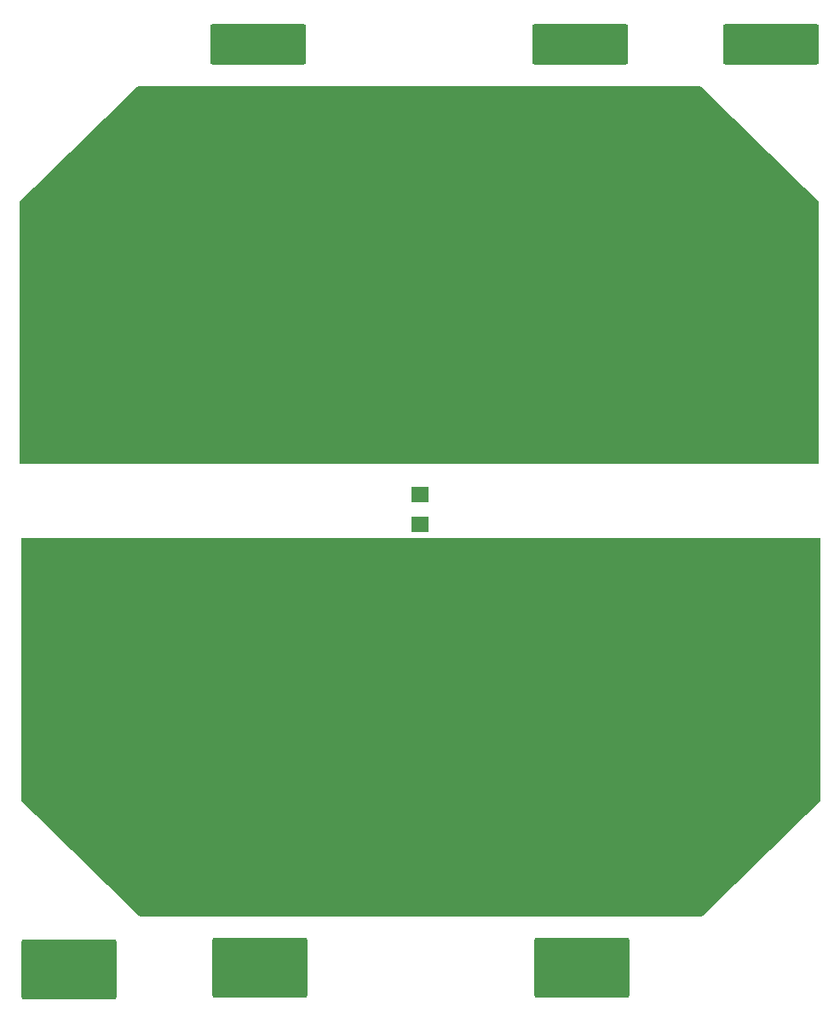
<source format=gts>
G04 #@! TF.GenerationSoftware,KiCad,Pcbnew,8.0.2*
G04 #@! TF.CreationDate,2024-08-20T08:17:01+02:00*
G04 #@! TF.ProjectId,STS1_SIDEPANEL,53545331-5f53-4494-9445-50414e454c2e,rev?*
G04 #@! TF.SameCoordinates,Original*
G04 #@! TF.FileFunction,Soldermask,Top*
G04 #@! TF.FilePolarity,Negative*
%FSLAX46Y46*%
G04 Gerber Fmt 4.6, Leading zero omitted, Abs format (unit mm)*
G04 Created by KiCad (PCBNEW 8.0.2) date 2024-08-20 08:17:01*
%MOMM*%
%LPD*%
G01*
G04 APERTURE LIST*
G04 Aperture macros list*
%AMRoundRect*
0 Rectangle with rounded corners*
0 $1 Rounding radius*
0 $2 $3 $4 $5 $6 $7 $8 $9 X,Y pos of 4 corners*
0 Add a 4 corners polygon primitive as box body*
4,1,4,$2,$3,$4,$5,$6,$7,$8,$9,$2,$3,0*
0 Add four circle primitives for the rounded corners*
1,1,$1+$1,$2,$3*
1,1,$1+$1,$4,$5*
1,1,$1+$1,$6,$7*
1,1,$1+$1,$8,$9*
0 Add four rect primitives between the rounded corners*
20,1,$1+$1,$2,$3,$4,$5,0*
20,1,$1+$1,$4,$5,$6,$7,0*
20,1,$1+$1,$6,$7,$8,$9,0*
20,1,$1+$1,$8,$9,$2,$3,0*%
%AMFreePoly0*
4,1,17,27.998779,14.255902,28.009846,14.246565,39.669846,2.866565,39.698571,2.811843,39.696113,2.795000,39.700000,2.795000,39.700000,-2.795000,-39.700000,-2.795000,-39.700000,2.795000,-39.695106,2.795000,-39.695106,2.825902,-39.669846,2.866565,-28.009846,14.246565,-27.954442,14.273952,-27.940000,14.275000,27.940000,14.275000,27.998779,14.255902,27.998779,14.255902,$1*%
G04 Aperture macros list end*
%ADD10C,6.000000*%
%ADD11FreePoly0,180.000000*%
%ADD12R,79.400000X20.475000*%
%ADD13RoundRect,0.300000X4.450000X2.700000X-4.450000X2.700000X-4.450000X-2.700000X4.450000X-2.700000X0*%
%ADD14FreePoly0,0.000000*%
%ADD15RoundRect,0.200000X-4.550000X-1.800000X4.550000X-1.800000X4.550000X1.800000X-4.550000X1.800000X0*%
%ADD16R,1.800000X1.500000*%
G04 APERTURE END LIST*
D10*
X149101600Y-109977400D03*
D11*
X125101600Y-115582400D03*
D10*
X125101600Y-109977400D03*
D12*
X125101600Y-102549900D03*
D10*
X99101600Y-109977400D03*
D13*
X141101600Y-134977400D03*
X109101600Y-134977400D03*
X90176600Y-135177400D03*
D10*
X100969800Y-67343000D03*
D14*
X124969800Y-61738000D03*
D10*
X124969800Y-67343000D03*
D12*
X124969800Y-74770500D03*
D10*
X150969800Y-67343000D03*
D15*
X108969800Y-43343000D03*
X140969800Y-43343000D03*
X159894800Y-43343000D03*
D16*
X125000000Y-88000000D03*
X125000000Y-91000000D03*
M02*

</source>
